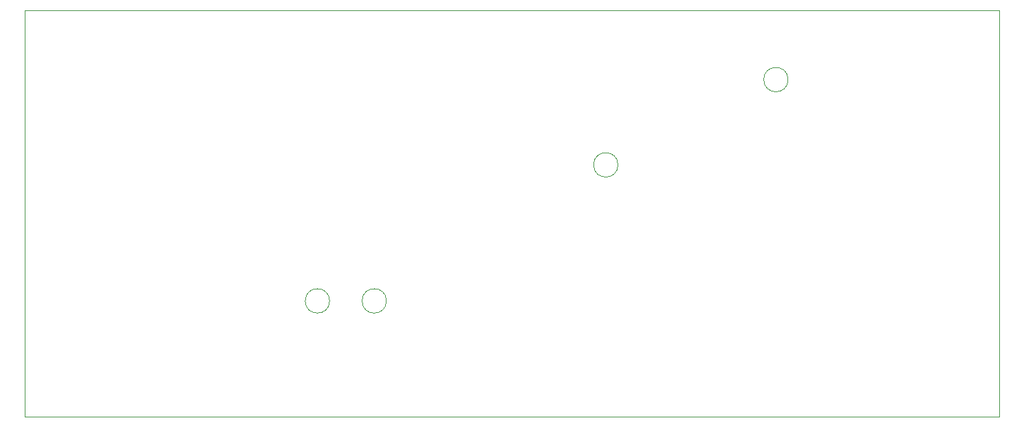
<source format=gbr>
%TF.GenerationSoftware,KiCad,Pcbnew,9.0.3-9.0.3-0~ubuntu22.04.1*%
%TF.CreationDate,2025-09-08T21:56:30-03:00*%
%TF.ProjectId,airplane,61697270-6c61-46e6-952e-6b696361645f,0.0.1*%
%TF.SameCoordinates,Original*%
%TF.FileFunction,Profile,NP*%
%FSLAX46Y46*%
G04 Gerber Fmt 4.6, Leading zero omitted, Abs format (unit mm)*
G04 Created by KiCad (PCBNEW 9.0.3-9.0.3-0~ubuntu22.04.1) date 2025-09-08 21:56:30*
%MOMM*%
%LPD*%
G01*
G04 APERTURE LIST*
%TA.AperFunction,Profile*%
%ADD10C,0.050000*%
%TD*%
G04 APERTURE END LIST*
D10*
X136250000Y-114000000D02*
G75*
G02*
X133250000Y-114000000I-1500000J0D01*
G01*
X133250000Y-114000000D02*
G75*
G02*
X136250000Y-114000000I1500000J0D01*
G01*
X164750000Y-97250000D02*
G75*
G02*
X161750000Y-97250000I-1500000J0D01*
G01*
X161750000Y-97250000D02*
G75*
G02*
X164750000Y-97250000I1500000J0D01*
G01*
X129250000Y-114000000D02*
G75*
G02*
X126250000Y-114000000I-1500000J0D01*
G01*
X126250000Y-114000000D02*
G75*
G02*
X129250000Y-114000000I1500000J0D01*
G01*
X185700000Y-86750000D02*
G75*
G02*
X182700000Y-86750000I-1500000J0D01*
G01*
X182700000Y-86750000D02*
G75*
G02*
X185700000Y-86750000I1500000J0D01*
G01*
X91700000Y-78250000D02*
X211700000Y-78250000D01*
X211700000Y-128250000D01*
X91700000Y-128250000D01*
X91700000Y-78250000D01*
M02*

</source>
